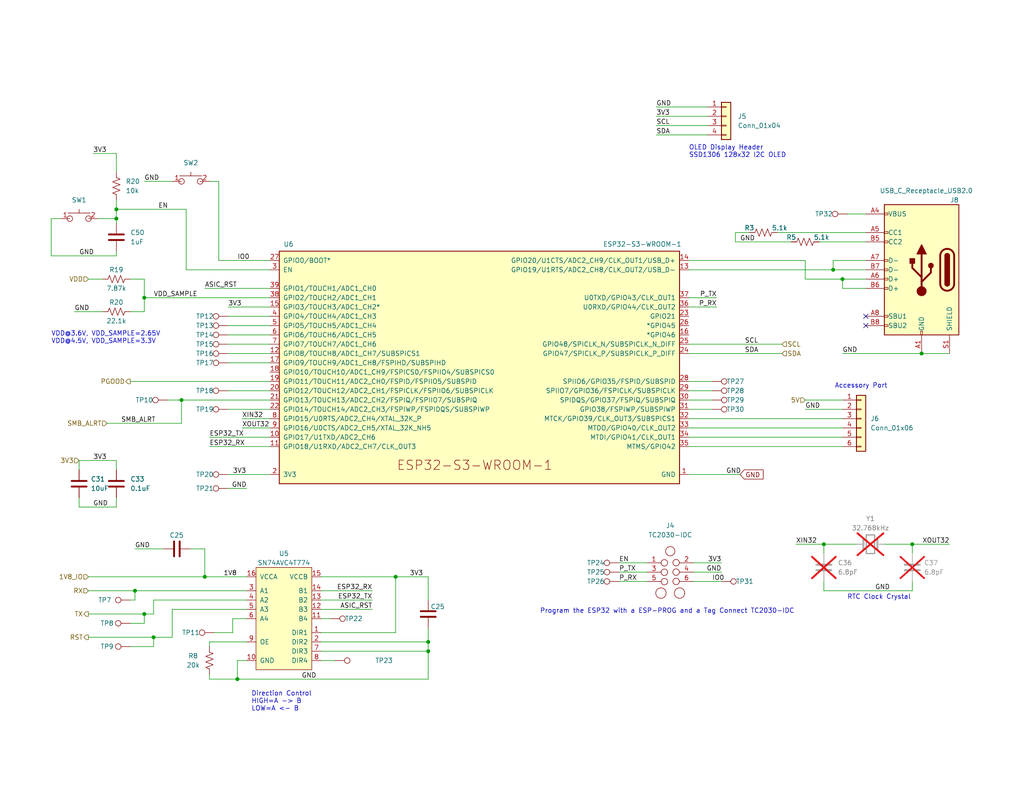
<source format=kicad_sch>
(kicad_sch (version 20231120) (generator "eeschema") (generator_version "8.0")
  (paper "A")
  (title_block (title "bitaxeHex") (date "2024-03-09") (rev "303"))
  (lib_symbols
    (symbol "Connector:TestPoint" (pin_numbers hide) (pin_names (offset 0.762) hide)
      (property "Reference" "TP" (at 0 6.858 0))
      (property "Value" "TestPoint" (at 0 5.08 0))
      (symbol "TestPoint_0_1"
        (circle (center 0 3.302) (radius 0.762))
      )
      (symbol "TestPoint_1_1"
        (pin passive line (at 0 0 90) (length 2.54) (name "1") (number "1"))
      )
    )
    (symbol "Connector:USB_C_Receptacle_USB2.0" (pin_names (offset 1.016))
      (property "Reference" "J" (at -10.16 19.05 0))
      (property "Value" "USB_C_Receptacle_USB2.0" (at 19.05 19.05 0))
      (symbol "USB_C_Receptacle_USB2.0_0_0"
        (rectangle (start -0.254 -17.78) (end 0.254 -16.764))
        (rectangle (start 10.16 -14.986) (end 9.144 -15.494))
        (rectangle (start 10.16 -12.446) (end 9.144 -12.954))
        (rectangle (start 10.16 -4.826) (end 9.144 -5.334))
        (rectangle (start 10.16 -2.286) (end 9.144 -2.794))
        (rectangle (start 10.16 0.254) (end 9.144 -0.254))
        (rectangle (start 10.16 2.794) (end 9.144 2.286))
        (rectangle (start 10.16 7.874) (end 9.144 7.366))
        (rectangle (start 10.16 10.414) (end 9.144 9.906))
        (rectangle (start 10.16 15.494) (end 9.144 14.986))
      )
      (symbol "USB_C_Receptacle_USB2.0_0_1"
        (rectangle (start -10.16 17.78) (end 10.16 -17.78) (stroke (width 0.254)) (fill (type background)))
        (arc (start -8.89 -3.81) (mid -6.985 -5.7067) (end -5.08 -3.81) (stroke (width 0.508)))
        (arc (start -7.62 -3.81) (mid -6.985 -4.4423) (end -6.35 -3.81) (stroke (width 0.254)))
        (arc (start -7.62 -3.81) (mid -6.985 -4.4423) (end -6.35 -3.81) (stroke (width 0.254)) (fill (type outline)))
        (rectangle (start -7.62 -3.81) (end -6.35 3.81) (stroke (width 0.254)) (fill (type outline)))
        (arc (start -6.35 3.81) (mid -6.985 4.4423) (end -7.62 3.81) (stroke (width 0.254)))
        (arc (start -6.35 3.81) (mid -6.985 4.4423) (end -7.62 3.81) (stroke (width 0.254)) (fill (type outline)))
        (arc (start -5.08 3.81) (mid -6.985 5.7067) (end -8.89 3.81) (stroke (width 0.508)))
        (circle (center -2.54 1.143) (radius 0.635) (stroke (width 0.254)) (fill (type outline)))
        (circle (center 0 -5.842) (radius 1.27) (fill (type outline)))
        (polyline (pts (xy -8.89 -3.81) (xy -8.89 3.81)) (stroke (width 0.508)))
        (polyline (pts (xy -5.08 3.81) (xy -5.08 -3.81)) (stroke (width 0.508)))
        (polyline (pts (xy 0 -5.842) (xy 0 4.318)) (stroke (width 0.508)))
        (polyline (pts (xy 0 -3.302) (xy -2.54 -0.762) (xy -2.54 0.508)) (stroke (width 0.508)))
        (polyline (pts (xy 0 -2.032) (xy 2.54 0.508) (xy 2.54 1.778)) (stroke (width 0.508)))
        (polyline (pts (xy -1.27 4.318) (xy 0 6.858) (xy 1.27 4.318) (xy -1.27 4.318)) (stroke (width 0.254)) (fill (type outline)))
        (rectangle (start 1.905 1.778) (end 3.175 3.048) (stroke (width 0.254)) (fill (type outline)))
      )
      (symbol "USB_C_Receptacle_USB2.0_1_1"
        (pin passive line (at 0 -22.86 90) (length 5.08) (name "GND") (number "A1"))
        (pin passive line (at 0 -22.86 90) (length 5.08) hide (name "GND") (number "A12"))
        (pin passive line (at 15.24 15.24 180) (length 5.08) (name "VBUS") (number "A4"))
        (pin bidirectional line (at 15.24 10.16 180) (length 5.08) (name "CC1") (number "A5"))
        (pin bidirectional line (at 15.24 -2.54 180) (length 5.08) (name "D+") (number "A6"))
        (pin bidirectional line (at 15.24 2.54 180) (length 5.08) (name "D-") (number "A7"))
        (pin bidirectional line (at 15.24 -12.7 180) (length 5.08) (name "SBU1") (number "A8"))
        (pin passive line (at 15.24 15.24 180) (length 5.08) hide (name "VBUS") (number "A9"))
        (pin passive line (at 0 -22.86 90) (length 5.08) hide (name "GND") (number "B1"))
        (pin passive line (at 0 -22.86 90) (length 5.08) hide (name "GND") (number "B12"))
        (pin passive line (at 15.24 15.24 180) (length 5.08) hide (name "VBUS") (number "B4"))
        (pin bidirectional line (at 15.24 7.62 180) (length 5.08) (name "CC2") (number "B5"))
        (pin bidirectional line (at 15.24 -5.08 180) (length 5.08) (name "D+") (number "B6"))
        (pin bidirectional line (at 15.24 0 180) (length 5.08) (name "D-") (number "B7"))
        (pin bidirectional line (at 15.24 -15.24 180) (length 5.08) (name "SBU2") (number "B8"))
        (pin passive line (at 15.24 15.24 180) (length 5.08) hide (name "VBUS") (number "B9"))
        (pin passive line (at -7.62 -22.86 90) (length 5.08) (name "SHIELD") (number "S1"))
      )
    )
    (symbol "Connector_Generic:Conn_01x04" (pin_names (offset 1.016) hide)
      (property "Reference" "J" (at 0 5.08 0))
      (property "Value" "Conn_01x04" (at 0 -7.62 0))
      (symbol "Conn_01x04_1_1"
        (rectangle (start -1.27 -4.953) (end 0 -5.207) (stroke (width 0.1524)))
        (rectangle (start -1.27 -2.413) (end 0 -2.667) (stroke (width 0.1524)))
        (rectangle (start -1.27 0.127) (end 0 -0.127) (stroke (width 0.1524)))
        (rectangle (start -1.27 2.667) (end 0 2.413) (stroke (width 0.1524)))
        (rectangle (start -1.27 3.81) (end 1.27 -6.35) (stroke (width 0.254)) (fill (type background)))
        (pin passive line (at -5.08 2.54 0) (length 3.81) (name "Pin_1") (number "1"))
        (pin passive line (at -5.08 0 0) (length 3.81) (name "Pin_2") (number "2"))
        (pin passive line (at -5.08 -2.54 0) (length 3.81) (name "Pin_3") (number "3"))
        (pin passive line (at -5.08 -5.08 0) (length 3.81) (name "Pin_4") (number "4"))
      )
    )
    (symbol "Connector_Generic:Conn_01x06" (pin_names (offset 1.016) hide)
      (property "Reference" "J" (at 0 7.62 0))
      (property "Value" "Conn_01x06" (at 0 -10.16 0))
      (symbol "Conn_01x06_1_1"
        (rectangle (start -1.27 -7.493) (end 0 -7.747) (stroke (width 0.1524)))
        (rectangle (start -1.27 -4.953) (end 0 -5.207) (stroke (width 0.1524)))
        (rectangle (start -1.27 -2.413) (end 0 -2.667) (stroke (width 0.1524)))
        (rectangle (start -1.27 0.127) (end 0 -0.127) (stroke (width 0.1524)))
        (rectangle (start -1.27 2.667) (end 0 2.413) (stroke (width 0.1524)))
        (rectangle (start -1.27 5.207) (end 0 4.953) (stroke (width 0.1524)))
        (rectangle (start -1.27 6.35) (end 1.27 -8.89) (stroke (width 0.254)) (fill (type background)))
        (pin passive line (at -5.08 5.08 0) (length 3.81) (name "Pin_1") (number "1"))
        (pin passive line (at -5.08 2.54 0) (length 3.81) (name "Pin_2") (number "2"))
        (pin passive line (at -5.08 0 0) (length 3.81) (name "Pin_3") (number "3"))
        (pin passive line (at -5.08 -2.54 0) (length 3.81) (name "Pin_4") (number "4"))
        (pin passive line (at -5.08 -5.08 0) (length 3.81) (name "Pin_5") (number "5"))
        (pin passive line (at -5.08 -7.62 0) (length 3.81) (name "Pin_6") (number "6"))
      )
    )
    (symbol "Device:C" (pin_numbers hide) (pin_names (offset 0.254))
      (property "Reference" "C" (at 0.635 2.54 0))
      (property "Value" "C" (at 0.635 -2.54 0))
      (symbol "C_0_1"
        (polyline (pts (xy -2.032 -0.762) (xy 2.032 -0.762)) (stroke (width 0.508)))
        (polyline (pts (xy -2.032 0.762) (xy 2.032 0.762)) (stroke (width 0.508)))
      )
      (symbol "C_1_1"
        (pin passive line (at 0 3.81 270) (length 2.794) (name "~") (number "1"))
        (pin passive line (at 0 -3.81 90) (length 2.794) (name "~") (number "2"))
      )
    )
    (symbol "Device:Crystal" (pin_numbers hide) (pin_names (offset 1.016) hide)
      (property "Reference" "Y" (at 0 3.81 0))
      (property "Value" "Crystal" (at 0 -3.81 0))
      (symbol "Crystal_0_1"
        (rectangle (start -1.143 2.54) (end 1.143 -2.54) (stroke (width 0.3048)))
        (polyline (pts (xy -2.54 0) (xy -1.905 0)))
        (polyline (pts (xy -1.905 -1.27) (xy -1.905 1.27)) (stroke (width 0.508)))
        (polyline (pts (xy 1.905 -1.27) (xy 1.905 1.27)) (stroke (width 0.508)))
        (polyline (pts (xy 2.54 0) (xy 1.905 0)))
      )
      (symbol "Crystal_1_1"
        (pin passive line (at -3.81 0 0) (length 1.27) (name "1") (number "1"))
        (pin passive line (at 3.81 0 180) (length 1.27) (name "2") (number "2"))
      )
    )
    (symbol "Device:R_US" (pin_numbers hide) (pin_names (offset 0))
      (property "Reference" "R" (at 2.54 0 90))
      (property "Value" "R_US" (at -2.54 0 90))
      (symbol "R_US_0_1"
        (polyline (pts (xy 0 -2.286) (xy 0 -2.54)))
        (polyline (pts (xy 0 2.286) (xy 0 2.54)))
        (polyline (pts (xy 0 -0.762) (xy 1.016 -1.143) (xy 0 -1.524) (xy -1.016 -1.905) (xy 0 -2.286)))
        (polyline (pts (xy 0 0.762) (xy 1.016 0.381) (xy 0 0) (xy -1.016 -0.381) (xy 0 -0.762)))
        (polyline (pts (xy 0 2.286) (xy 1.016 1.905) (xy 0 1.524) (xy -1.016 1.143) (xy 0 0.762)))
      )
      (symbol "R_US_1_1"
        (pin passive line (at 0 3.81 270) (length 1.27) (name "~") (number "1"))
        (pin passive line (at 0 -3.81 90) (length 1.27) (name "~") (number "2"))
      )
    )
    (symbol "bitaxe:ESP32-S3-WROOM-1" (pin_names (offset 1.016))
      (property "Reference" "U12" (at -50.8 34.925 0))
      (property "Value" "ESP32-S3-WROOM-1" (at 45.72 34.925 0))
      (symbol "ESP32-S3-WROOM-1_0_0"
        (rectangle (start -53.34 33.02) (end 55.88 -30.48) (stroke (width 0.254)) (fill (type background)))
        (text "ESP32-S3-WROOM-1" (at 0 -25.4 0) (effects (font (size 2.54 2.54))))
        (pin power_in line (at 58.42 -27.94 180) (length 2.54) (name "GND") (number "1"))
        (pin bidirectional line (at -55.88 -17.78 0) (length 2.54) (name "GPIO17/U1TXD/ADC2_CH6") (number "10"))
        (pin bidirectional line (at -55.88 -20.32 0) (length 2.54) (name "GPIO18/U1RXD/ADC2_CH7/CLK_OUT3") (number "11"))
        (pin bidirectional line (at -55.88 5.08 0) (length 2.54) (name "GPIO8/TOUCH8/ADC1_CH7/SUBSPICS1") (number "12"))
        (pin bidirectional line (at 58.42 27.94 180) (length 2.54) (name "GPIO19/U1RTS/ADC2_CH8/CLK_OUT2/USB_D-") (number "13"))
        (pin bidirectional line (at 58.42 30.48 180) (length 2.54) (name "GPIO20/U1CTS/ADC2_CH9/CLK_OUT1/USB_D+") (number "14"))
        (pin bidirectional line (at -55.88 17.78 0) (length 2.54) (name "GPIO3/TOUCH3/ADC1_CH2*") (number "15"))
        (pin bidirectional line (at 58.42 10.16 180) (length 2.54) (name "*GPIO46") (number "16"))
        (pin bidirectional line (at -55.88 2.54 0) (length 2.54) (name "GPIO9/TOUCH9/ADC1_CH8/FSPIHD/SUBSPIHD") (number "17"))
        (pin bidirectional line (at -55.88 0 0) (length 2.54) (name "GPIO10/TOUCH10/ADC1_CH9/FSPICS0/FSPIIO4/SUBSPICS0") (number "18"))
        (pin bidirectional line (at -55.88 -2.54 0) (length 2.54) (name "GPIO11/TOUCH11/ADC2_CH0/FSPID/FSPIIO5/SUBSPID") (number "19"))
        (pin power_in line (at -55.88 -27.94 0) (length 2.54) (name "3V3") (number "2"))
        (pin bidirectional line (at -55.88 -5.08 0) (length 2.54) (name "GPIO12/TOUCH12/ADC2_CH1/FSPICLK/FSPIIO6/SUBSPICLK") (number "20"))
        (pin bidirectional line (at -55.88 -7.62 0) (length 2.54) (name "GPIO13/TOUCH13/ADC2_CH2/FSPIQ/FSPIIO7/SUBSPIQ") (number "21"))
        (pin bidirectional line (at -55.88 -10.16 0) (length 2.54) (name "GPIO14/TOUCH14/ADC2_CH3/FSPIWP/FSPIDQS/SUBSPIWP") (number "22"))
        (pin bidirectional line (at 58.42 15.24 180) (length 2.54) (name "GPIO21") (number "23"))
        (pin bidirectional line (at 58.42 5.08 180) (length 2.54) (name "GPIO47/SPICLK_P/SUBSPICLK_P_DIFF") (number "24"))
        (pin bidirectional line (at 58.42 7.62 180) (length 2.54) (name "GPIO48/SPICLK_N/SUBSPICLK_N_DIFF") (number "25"))
        (pin bidirectional line (at 58.42 12.7 180) (length 2.54) (name "*GPIO45") (number "26"))
        (pin bidirectional line (at -55.88 30.48 0) (length 2.54) (name "GPIO0/BOOT*") (number "27"))
        (pin bidirectional line (at 58.42 -2.54 180) (length 2.54) (name "SPIIO6/GPIO35/FSPID/SUBSPID") (number "28"))
        (pin bidirectional line (at 58.42 -5.08 180) (length 2.54) (name "SPIIO7/GPIO36/FSPICLK/SUBSPICLK") (number "29"))
        (pin input line (at -55.88 27.94 0) (length 2.54) (name "EN") (number "3"))
        (pin bidirectional line (at 58.42 -7.62 180) (length 2.54) (name "SPIDQS/GPIO37/FSPIQ/SUBSPIQ") (number "30"))
        (pin bidirectional line (at 58.42 -10.16 180) (length 2.54) (name "GPIO38/FSPIWP/SUBSPIWP") (number "31"))
        (pin bidirectional line (at 58.42 -12.7 180) (length 2.54) (name "MTCK/GPIO39/CLK_OUT3/SUBSPICS1") (number "32"))
        (pin bidirectional line (at 58.42 -15.24 180) (length 2.54) (name "MTDO/GPIO40/CLK_OUT2") (number "33"))
        (pin bidirectional line (at 58.42 -17.78 180) (length 2.54) (name "MTDI/GPIO41/CLK_OUT1") (number "34"))
        (pin bidirectional line (at 58.42 -20.32 180) (length 2.54) (name "MTMS/GPIO42") (number "35"))
        (pin bidirectional line (at 58.42 17.78 180) (length 2.54) (name "U0RXD/GPIO44/CLK_OUT2") (number "36"))
        (pin bidirectional line (at 58.42 20.32 180) (length 2.54) (name "U0TXD/GPIO43/CLK_OUT1") (number "37"))
        (pin bidirectional line (at -55.88 20.32 0) (length 2.54) (name "GPIO2/TOUCH2/ADC1_CH1") (number "38"))
        (pin bidirectional line (at -55.88 22.86 0) (length 2.54) (name "GPIO1/TOUCH1/ADC1_CH0") (number "39"))
        (pin bidirectional line (at -55.88 15.24 0) (length 2.54) (name "GPIO4/TOUCH4/ADC1_CH3") (number "4"))
        (pin passive line (at 58.42 -27.94 180) (length 2.54) hide (name "GND") (number "40"))
        (pin passive line (at 58.42 -27.94 180) (length 2.54) hide (name "GND") (number "41"))
        (pin bidirectional line (at -55.88 12.7 0) (length 2.54) (name "GPIO5/TOUCH5/ADC1_CH4") (number "5"))
        (pin bidirectional line (at -55.88 10.16 0) (length 2.54) (name "GPIO6/TOUCH6/ADC1_CH5") (number "6"))
        (pin bidirectional line (at -55.88 7.62 0) (length 2.54) (name "GPIO7/TOUCH7/ADC1_CH6") (number "7"))
        (pin bidirectional line (at -55.88 -12.7 0) (length 2.54) (name "GPIO15/U0RTS/ADC2_CH4/XTAL_32K_P") (number "8"))
        (pin bidirectional line (at -55.88 -15.24 0) (length 2.54) (name "GPIO16/U0CTS/ADC2_CH5/XTAL_32K_NH5") (number "9"))
      )
    )
    (symbol "bitaxe:SN74AVC4T774" (pin_names (offset 1.016))
      (property "Reference" "U" (at -6.35 12.7 0))
      (property "Value" "SN74AVC4T774" (at -7.62 -19.05 0))
      (symbol "SN74AVC4T774_0_0"
        (rectangle (start -7.62 11.43) (end 7.62 -16.51) (stroke (width 0.1524)) (fill (type background)))
      )
      (symbol "SN74AVC4T774_1_0"
        (pin input line (at 10.16 -6.35 180) (length 2.54) (name "DIR1") (number "1"))
        (pin power_in line (at -10.16 -13.97 0) (length 2.54) (name "GND") (number "10"))
        (pin bidirectional line (at 10.16 -2.54 180) (length 2.54) (name "B4") (number "11"))
        (pin bidirectional line (at 10.16 0 180) (length 2.54) (name "B3") (number "12"))
        (pin bidirectional line (at 10.16 2.54 180) (length 2.54) (name "B2") (number "13"))
        (pin bidirectional line (at 10.16 5.08 180) (length 2.54) (name "B1") (number "14"))
        (pin power_in line (at 10.16 8.89 180) (length 2.54) (name "VCCB") (number "15"))
        (pin power_in line (at -10.16 8.89 0) (length 2.54) (name "VCCA") (number "16"))
        (pin input line (at 10.16 -8.89 180) (length 2.54) (name "DIR2") (number "2"))
        (pin bidirectional line (at -10.16 5.08 0) (length 2.54) (name "A1") (number "3"))
        (pin bidirectional line (at -10.16 2.54 0) (length 2.54) (name "A2") (number "4"))
        (pin bidirectional line (at -10.16 0 0) (length 2.54) (name "A3") (number "5"))
        (pin bidirectional line (at -10.16 -2.54 0) (length 2.54) (name "A4") (number "6"))
        (pin input line (at 10.16 -11.43 180) (length 2.54) (name "DIR3") (number "7"))
        (pin input line (at 10.16 -13.97 180) (length 2.54) (name "DIR4") (number "8"))
        (pin input line (at -10.16 -8.89 0) (length 2.54) (name "OE") (number "9"))
      )
    )
    (symbol "bitaxe:SWITCH-SPST"
      (property "Reference" "SW1" (at 0 3.81 0))
      (symbol "SWITCH-SPST_0_1"
        (circle (center -2.54 0) (radius 0.76))
        (polyline (pts (xy -3.05 1.52) (xy 3.05 1.52)))
        (polyline (pts (xy 0 1.52) (xy 0 2.54)))
        (circle (center 2.54 0) (radius 0.76))
        (pin unspecified line (at -5.08 0 0) (length 2.54) (name "~") (number "1"))
        (pin unspecified line (at 5.08 0 180) (length 2.54) (name "~") (number "2"))
      )
    )
    (symbol "bitaxe:TC2030-IDC-NL" (pin_names (offset 1.016) hide)
      (property "Reference" "J5" (at 0 12.7 0))
      (property "Value" "TC2030-IDC" (at 0 10.16 0))
      (symbol "TC2030-IDC-NL_0_1"
        (circle (center -2.54 -5.715) (radius 1.4224))
        (circle (center -1.6002 2.54) (radius 0.889))
        (circle (center 0 5.715) (radius 1.27))
      )
      (symbol "TC2030-IDC-NL_1_1"
        (circle (center -1.6002 -2.5908) (radius 0.889))
        (circle (center -1.6002 -0.0508) (radius 0.889))
        (circle (center 1.6002 -2.54) (radius 0.889))
        (circle (center 1.6002 0) (radius 0.889))
        (circle (center 1.6002 2.5908) (radius 0.889))
        (circle (center 2.54 -5.715) (radius 1.4224))
        (pin passive line (at -6.35 2.54 0) (length 3.81) (name "Pin_1") (number "1"))
        (pin passive line (at 6.35 2.54 180) (length 3.81) (name "Pin_2") (number "2"))
        (pin passive line (at -6.35 0 0) (length 3.81) (name "Pin_3") (number "3"))
        (pin passive line (at 6.35 0 180) (length 3.81) (name "Pin_4") (number "4"))
        (pin passive line (at -6.35 -2.54 0) (length 3.81) (name "Pin_5") (number "5"))
        (pin passive line (at 6.35 -2.54 180) (length 3.81) (name "Pin_6") (number "6"))
      )
    )
  )
  (junction (at 31.75 57.15))
  (junction (at 49.53 109.22))
  (junction (at 224.79 148.59))
  (junction (at 116.84 177.8))
  (junction (at 107.95 157.48))
  (junction (at 41.91 173.99))
  (junction (at 116.84 175.26))
  (junction (at 251.46 96.52))
  (junction (at 39.37 81.28))
  (junction (at 39.37 167.64))
  (junction (at 248.92 148.59))
  (junction (at 64.77 185.42))
  (junction (at 36.83 161.29))
  (junction (at 229.87 76.2))
  (junction (at 31.75 59.69))
  (junction (at 55.88 157.48))
  (junction (at 227.33 73.66))
  (no_connect (at 236.22 86.36))
  (no_connect (at 236.22 88.9))
  (wire (pts (xy 107.95 157.48) (xy 116.84 157.48)))
  (wire (pts (xy 57.15 49.53) (xy 59.69 49.53)))
  (wire (pts (xy 39.37 49.53) (xy 46.99 49.53)))
  (wire (pts (xy 21.59 125.73) (xy 21.59 128.27)))
  (wire (pts (xy 219.71 111.76) (xy 229.87 111.76)))
  (wire (pts (xy 31.75 68.58) (xy 31.75 69.85)))
  (wire (pts (xy 187.96 129.54) (xy 201.93 129.54)))
  (wire (pts (xy 64.77 185.42) (xy 116.84 185.42)))
  (wire (pts (xy 67.31 175.26) (xy 57.15 175.26)))
  (wire (pts (xy 116.84 177.8) (xy 116.84 185.42)))
  (wire (pts (xy 67.31 180.34) (xy 64.77 180.34)))
  (wire (pts (xy 13.97 69.85) (xy 31.75 69.85)))
  (wire (pts (xy 39.37 85.09) (xy 35.56 85.09)))
  (wire (pts (xy 25.4 41.91) (xy 31.75 41.91)))
  (wire (pts (xy 87.63 157.48) (xy 107.95 157.48)))
  (wire (pts (xy 187.96 71.12) (xy 219.71 71.12)))
  (wire (pts (xy 50.8 57.15) (xy 31.75 57.15)))
  (wire (pts (xy 39.37 76.2) (xy 39.37 81.28)))
  (wire (pts (xy 241.3 148.59) (xy 248.92 148.59)))
  (wire (pts (xy 62.23 88.9) (xy 73.66 88.9)))
  (wire (pts (xy 189.23 156.21) (xy 196.85 156.21)))
  (wire (pts (xy 36.83 161.29) (xy 67.31 161.29)))
  (wire (pts (xy 187.96 111.76) (xy 194.31 111.76)))
  (wire (pts (xy 62.23 111.76) (xy 73.66 111.76)))
  (wire (pts (xy 31.75 138.43) (xy 21.59 138.43)))
  (wire (pts (xy 224.79 161.29) (xy 224.79 158.75)))
  (wire (pts (xy 229.87 78.74) (xy 236.22 78.74)))
  (wire (pts (xy 251.46 96.52) (xy 259.08 96.52)))
  (wire (pts (xy 63.5 168.91) (xy 67.31 168.91)))
  (wire (pts (xy 189.23 153.67) (xy 196.85 153.67)))
  (wire (pts (xy 87.63 161.29) (xy 101.6 161.29)))
  (wire (pts (xy 59.69 71.12) (xy 73.66 71.12)))
  (wire (pts (xy 31.75 59.69) (xy 31.75 60.96)))
  (wire (pts (xy 31.75 135.89) (xy 31.75 138.43)))
  (wire (pts (xy 36.83 163.83) (xy 36.83 161.29)))
  (wire (pts (xy 227.33 73.66) (xy 236.22 73.66)))
  (wire (pts (xy 62.23 86.36) (xy 73.66 86.36)))
  (wire (pts (xy 200.66 63.5) (xy 204.47 63.5)))
  (wire (pts (xy 229.87 96.52) (xy 251.46 96.52)))
  (wire (pts (xy 229.87 76.2) (xy 229.87 78.74)))
  (wire (pts (xy 87.63 175.26) (xy 116.84 175.26)))
  (wire (pts (xy 49.53 109.22) (xy 49.53 115.57)))
  (wire (pts (xy 219.71 76.2) (xy 229.87 76.2)))
  (wire (pts (xy 39.37 81.28) (xy 39.37 85.09)))
  (wire (pts (xy 248.92 148.59) (xy 259.08 148.59)))
  (wire (pts (xy 66.04 114.3) (xy 73.66 114.3)))
  (wire (pts (xy 87.63 166.37) (xy 101.6 166.37)))
  (wire (pts (xy 187.96 73.66) (xy 227.33 73.66)))
  (wire (pts (xy 87.63 163.83) (xy 101.6 163.83)))
  (wire (pts (xy 187.96 121.92) (xy 229.87 121.92)))
  (wire (pts (xy 45.72 109.22) (xy 49.53 109.22)))
  (wire (pts (xy 35.56 176.53) (xy 41.91 176.53)))
  (wire (pts (xy 58.42 172.72) (xy 63.5 172.72)))
  (wire (pts (xy 217.17 148.59) (xy 224.79 148.59)))
  (wire (pts (xy 116.84 175.26) (xy 116.84 177.8)))
  (wire (pts (xy 224.79 161.29) (xy 248.92 161.29)))
  (wire (pts (xy 41.91 167.64) (xy 39.37 167.64)))
  (wire (pts (xy 224.79 148.59) (xy 224.79 151.13)))
  (wire (pts (xy 24.13 76.2) (xy 27.94 76.2)))
  (wire (pts (xy 219.71 109.22) (xy 229.87 109.22)))
  (wire (pts (xy 67.31 163.83) (xy 41.91 163.83)))
  (wire (pts (xy 20.32 85.09) (xy 27.94 85.09)))
  (wire (pts (xy 189.23 158.75) (xy 196.85 158.75)))
  (wire (pts (xy 59.69 49.53) (xy 59.69 71.12)))
  (wire (pts (xy 179.07 34.29) (xy 193.04 34.29)))
  (wire (pts (xy 57.15 175.26) (xy 57.15 176.53)))
  (wire (pts (xy 62.23 91.44) (xy 73.66 91.44)))
  (wire (pts (xy 200.66 66.04) (xy 200.66 63.5)))
  (wire (pts (xy 66.04 116.84) (xy 73.66 116.84)))
  (wire (pts (xy 49.53 109.22) (xy 73.66 109.22)))
  (wire (pts (xy 41.91 173.99) (xy 24.13 173.99)))
  (wire (pts (xy 187.96 114.3) (xy 229.87 114.3)))
  (wire (pts (xy 13.97 59.69) (xy 13.97 69.85)))
  (wire (pts (xy 187.96 109.22) (xy 194.31 109.22)))
  (wire (pts (xy 35.56 170.18) (xy 39.37 170.18)))
  (wire (pts (xy 52.07 149.86) (xy 55.88 149.86)))
  (wire (pts (xy 26.67 59.69) (xy 31.75 59.69)))
  (wire (pts (xy 87.63 180.34) (xy 91.44 180.34)))
  (wire (pts (xy 224.79 148.59) (xy 233.68 148.59)))
  (wire (pts (xy 73.66 81.28) (xy 39.37 81.28)))
  (wire (pts (xy 168.91 158.75) (xy 176.53 158.75)))
  (wire (pts (xy 87.63 168.91) (xy 90.17 168.91)))
  (wire (pts (xy 36.83 149.86) (xy 44.45 149.86)))
  (wire (pts (xy 39.37 167.64) (xy 24.13 167.64)))
  (wire (pts (xy 179.07 36.83) (xy 193.04 36.83)))
  (wire (pts (xy 62.23 133.35) (xy 67.31 133.35)))
  (wire (pts (xy 57.15 185.42) (xy 57.15 184.15)))
  (wire (pts (xy 62.23 96.52) (xy 73.66 96.52)))
  (wire (pts (xy 55.88 78.74) (xy 73.66 78.74)))
  (wire (pts (xy 227.33 71.12) (xy 227.33 73.66)))
  (wire (pts (xy 31.75 41.91) (xy 31.75 46.99)))
  (wire (pts (xy 187.96 81.28) (xy 195.58 81.28)))
  (wire (pts (xy 219.71 76.2) (xy 219.71 71.12)))
  (wire (pts (xy 229.87 76.2) (xy 236.22 76.2)))
  (wire (pts (xy 168.91 156.21) (xy 176.53 156.21)))
  (wire (pts (xy 62.23 83.82) (xy 73.66 83.82)))
  (wire (pts (xy 21.59 138.43) (xy 21.59 135.89)))
  (wire (pts (xy 73.66 73.66) (xy 50.8 73.66)))
  (wire (pts (xy 16.51 59.69) (xy 13.97 59.69)))
  (wire (pts (xy 187.96 106.68) (xy 194.31 106.68)))
  (wire (pts (xy 116.84 171.45) (xy 116.84 175.26)))
  (wire (pts (xy 248.92 148.59) (xy 248.92 151.13)))
  (wire (pts (xy 57.15 121.92) (xy 73.66 121.92)))
  (wire (pts (xy 55.88 149.86) (xy 55.88 157.48)))
  (wire (pts (xy 57.15 119.38) (xy 73.66 119.38)))
  (wire (pts (xy 31.75 54.61) (xy 31.75 57.15)))
  (wire (pts (xy 168.91 153.67) (xy 176.53 153.67)))
  (wire (pts (xy 187.96 116.84) (xy 229.87 116.84)))
  (wire (pts (xy 46.99 166.37) (xy 46.99 173.99)))
  (wire (pts (xy 215.9 66.04) (xy 200.66 66.04)))
  (wire (pts (xy 35.56 104.14) (xy 73.66 104.14)))
  (wire (pts (xy 62.23 99.06) (xy 73.66 99.06)))
  (wire (pts (xy 212.09 63.5) (xy 236.22 63.5)))
  (wire (pts (xy 41.91 163.83) (xy 41.91 167.64)))
  (wire (pts (xy 35.56 163.83) (xy 36.83 163.83)))
  (wire (pts (xy 46.99 173.99) (xy 41.91 173.99)))
  (wire (pts (xy 39.37 170.18) (xy 39.37 167.64)))
  (wire (pts (xy 87.63 177.8) (xy 116.84 177.8)))
  (wire (pts (xy 116.84 157.48) (xy 116.84 163.83)))
  (wire (pts (xy 187.96 83.82) (xy 195.58 83.82)))
  (wire (pts (xy 64.77 185.42) (xy 57.15 185.42)))
  (wire (pts (xy 107.95 172.72) (xy 107.95 157.48)))
  (wire (pts (xy 62.23 129.54) (xy 73.66 129.54)))
  (wire (pts (xy 248.92 158.75) (xy 248.92 161.29)))
  (wire (pts (xy 31.75 125.73) (xy 21.59 125.73)))
  (wire (pts (xy 35.56 76.2) (xy 39.37 76.2)))
  (wire (pts (xy 187.96 96.52) (xy 213.36 96.52)))
  (wire (pts (xy 24.13 161.29) (xy 36.83 161.29)))
  (wire (pts (xy 29.21 115.57) (xy 49.53 115.57)))
  (wire (pts (xy 223.52 66.04) (xy 236.22 66.04)))
  (wire (pts (xy 179.07 31.75) (xy 193.04 31.75)))
  (wire (pts (xy 231.14 58.42) (xy 236.22 58.42)))
  (wire (pts (xy 55.88 157.48) (xy 67.31 157.48)))
  (wire (pts (xy 31.75 128.27) (xy 31.75 125.73)))
  (wire (pts (xy 41.91 176.53) (xy 41.91 173.99)))
  (wire (pts (xy 62.23 106.68) (xy 73.66 106.68)))
  (wire (pts (xy 236.22 71.12) (xy 227.33 71.12)))
  (wire (pts (xy 187.96 104.14) (xy 194.31 104.14)))
  (wire (pts (xy 187.96 93.98) (xy 213.36 93.98)))
  (wire (pts (xy 63.5 172.72) (xy 63.5 168.91)))
  (wire (pts (xy 67.31 166.37) (xy 46.99 166.37)))
  (wire (pts (xy 62.23 93.98) (xy 73.66 93.98)))
  (wire (pts (xy 24.13 157.48) (xy 55.88 157.48)))
  (wire (pts (xy 31.75 57.15) (xy 31.75 59.69)))
  (wire (pts (xy 50.8 73.66) (xy 50.8 57.15)))
  (wire (pts (xy 187.96 119.38) (xy 229.87 119.38)))
  (wire (pts (xy 64.77 180.34) (xy 64.77 185.42)))
  (wire (pts (xy 87.63 172.72) (xy 107.95 172.72)))
  (wire (pts (xy 179.07 29.21) (xy 193.04 29.21)))
  (text "OLED Display Header\nSSD1306 128x32 I2C OLED" (at 187.96 43.18 0) (effects (font (size 1.27 1.27)) (justify left bottom)))
  (text "RTC Clock Crystal" (at 231.14 163.83 0) (effects (font (size 1.27 1.27)) (justify left bottom)))
  (text "Accessory Port" (at 234.95 105.41 0) (effects (font (size 1.27 1.27))))
  (text "Program the ESP32 with a ESP-PROG and a Tag Connect TC2030-IDC" (at 147.32 167.64 0) (effects (font (size 1.27 1.27)) (justify left bottom)))
  (text "VDD@3.6V, VDD_SAMPLE=2.65V\nVDD@4.5V, VDD_SAMPLE=3.3V\n" (at 13.97 93.98 0) (effects (font (size 1.27 1.27)) (justify left bottom)))
  (text "Direction Control\nHIGH=A -> B\nLOW=A <- B" (at 68.58 194.31 0) (effects (font (size 1.27 1.27)) (justify left bottom)))
  (label "EN" (at 43.18 57.15 0))
  (label "P_RX" (at 168.91 158.75 0))
  (label "GND" (at 229.87 96.52 0))
  (label "3V3" (at 111.76 157.48 0))
  (label "GND" (at 20.32 85.09 0))
  (label "3V3" (at 62.23 83.82 0))
  (label "1V8" (at 60.96 157.48 0))
  (label "SMB_ALRT" (at 33.02 115.57 0))
  (label "P_TX" (at 168.91 156.21 0))
  (label "EN" (at 168.91 153.67 0))
  (label "GND" (at 201.93 66.04 0))
  (label "XOUT32" (at 259.08 148.59 180))
  (label "P_RX" (at 195.58 83.82 180))
  (label "GND" (at 21.59 69.85 0))
  (label "GND" (at 25.4 138.43 0))
  (label "3V3" (at 63.5 129.54 0))
  (label "3V3" (at 179.07 31.75 0))
  (label "GND" (at 179.07 29.21 0))
  (label "GND" (at 219.71 111.76 0))
  (label "SDA" (at 203.2 96.52 0))
  (label "GND" (at 67.31 133.35 180))
  (label "ASIC_RST" (at 101.6 166.37 180))
  (label "XIN32" (at 66.04 114.3 0))
  (label "GND" (at 238.76 161.29 0))
  (label "GND" (at 39.37 49.53 0))
  (label "3V3" (at 196.85 153.67 180))
  (label "SDA" (at 179.07 36.83 0))
  (label "IO0" (at 194.31 158.75 0))
  (label "SCL" (at 203.2 93.98 0))
  (label "XOUT32" (at 66.04 116.84 0))
  (label "XIN32" (at 217.17 148.59 0))
  (label "GND" (at 198.12 129.54 0))
  (label "3V3" (at 25.4 125.73 0))
  (label "GND" (at 36.83 149.86 0))
  (label "IO0" (at 64.77 71.12 0))
  (label "P_TX" (at 195.58 81.28 180))
  (label "VDD_SAMPLE" (at 41.91 81.28 0))
  (label "SCL" (at 179.07 34.29 0))
  (label "GND" (at 196.85 156.21 180))
  (label "3V3" (at 25.4 41.91 0))
  (label "ESP32_TX" (at 101.6 163.83 180))
  (label "ESP32_RX" (at 57.15 121.92 0))
  (label "ESP32_RX" (at 101.6 161.29 180))
  (label "ASIC_RST" (at 55.88 78.74 0))
  (label "ESP32_TX" (at 57.15 119.38 0))
  (label "GND" (at 86.36 185.42 180))
  (global_label "GND" (shape input) (at 201.93 129.54 0) (property "Intersheetrefs" "${INTERSHEET_REFS}" (effects (hide yes))))
  (hierarchical_label "1V8_IO" (shape input) (at 24.13 157.48 180))
  (hierarchical_label "SMB_ALRT" (shape input) (at 29.21 115.57 180))
  (hierarchical_label "3V3" (shape input) (at 21.59 125.73 180))
  (hierarchical_label "SCL" (shape input) (at 213.36 93.98 0))
  (hierarchical_label "SDA" (shape input) (at 213.36 96.52 0))
  (hierarchical_label "5V" (shape input) (at 219.71 109.22 180))
  (hierarchical_label "VDD" (shape input) (at 24.13 76.2 180))
  (hierarchical_label "RST" (shape output) (at 24.13 173.99 180))
  (hierarchical_label "PGOOD" (shape output) (at 35.56 104.14 180))
  (hierarchical_label "TX" (shape output) (at 24.13 167.64 180))
  (hierarchical_label "RX" (shape input) (at 24.13 161.29 180))
  (symbol (lib_id "Device:R_US") (at 208.28 63.5 90) (unit 1)
    (property "Reference" "R3" (at 204.47 62.23 90))
    (property "Value" "5.1k" (at 212.725 62.23 90))
    (property "Footprint" "Resistor_SMD:R_0402_1005Metric" (effects (hide yes)))
    (property "DK" "13-RC0402FR-135K1LCT-ND" (effects (hide yes)))
    (property "PARTNO" "RC0402FR-135K1L" (effects (hide yes)))
  )
  (symbol (lib_id "Device:C") (at 31.75 64.77 0) (unit 1)
    (property "Reference" "C50" (at 35.56 63.4999 0) (effects (justify left)))
    (property "Value" "1uF" (at 35.56 66.0399 0) (effects (justify left)))
    (property "Footprint" "Capacitor_SMD:C_0402_1005Metric" (effects (hide yes)))
    (property "DK" "587-5514-1-ND" (effects (hide yes)))
    (property "PARTNO" "EMK105BJ105MV-F" (effects (hide yes)))
  )
  (symbol (lib_id "Connector:TestPoint") (at 62.23 93.98 90) (unit 1) (in_bom no)
    (property "Reference" "TP15" (at 55.88 93.98 90))
    (property "Value" "TestPoint" (effects (hide yes)))
    (property "Footprint" "TestPoint:TestPoint_Pad_D1.0mm" (effects (hide yes)))
  )
  (symbol (lib_id "Device:R_US") (at 31.75 76.2 270) (unit 1)
    (property "Reference" "R19" (at 31.75 73.66 90))
    (property "Value" "7.87k" (at 31.75 78.74 90))
    (property "Footprint" "Resistor_SMD:R_0402_1005Metric" (effects (hide yes)))
    (property "DK" "311-7.87KLRCT-ND" (effects (hide yes)))
    (property "PARTNO" "RC0402FR-077K87L" (effects (hide yes)))
  )
  (symbol (lib_id "Connector:TestPoint") (at 194.31 104.14 270) (mirror x) (unit 1) (in_bom no)
    (property "Reference" "TP27" (at 200.66 104.14 90))
    (property "Value" "TestPoint" (effects (hide yes)))
    (property "Footprint" "TestPoint:TestPoint_Pad_D1.0mm" (effects (hide yes)))
  )
  (symbol (lib_id "Device:C") (at 224.79 154.94 0) (unit 1) (in_bom no) (dnp yes)
    (property "Reference" "C36" (at 228.6 153.6699 0) (effects (justify left)))
    (property "Value" "6.8pF" (at 228.6 156.2099 0) (effects (justify left)))
    (property "Footprint" "Capacitor_SMD:C_0402_1005Metric" (effects (hide yes)))
    (property "DK" "399-C0402C689C5GAC7867CT-ND" (effects (hide yes)))
    (property "PARTNO" "C0402C689C5GAC7867" (effects (hide yes)))
  )
  (symbol (lib_id "Device:C") (at 116.84 167.64 0) (unit 1)
    (property "Reference" "C25" (at 117.475 166.37 0) (effects (justify left bottom)))
    (property "Value" "311-3342-1-ND" (effects (hide yes)))
    (property "Footprint" "Capacitor_SMD:C_0402_1005Metric" (effects (hide yes)))
    (property "DK" "478-KGM05AR71C104KHCT-ND" (effects (hide yes)))
    (property "PARTNO" "KGM05AR71C104KH" (effects (hide yes)))
    (instances (project "Hashat" (path "" (reference "C25") (unit 1))) (project "bitaxeHex" (path "" (reference "C35") (unit 1))))
  )
  (symbol (lib_id "Device:C") (at 48.26 149.86 90) (unit 1)
    (property "Reference" "C25" (at 50.165 145.415 90) (effects (justify left bottom)))
    (property "Value" "311-3342-1-ND" (effects (hide yes)))
    (property "Footprint" "Capacitor_SMD:C_0402_1005Metric" (effects (hide yes)))
    (property "DK" "478-KGM05AR71C104KHCT-ND" (effects (hide yes)))
    (property "PARTNO" "KGM05AR71C104KH" (effects (hide yes)))
    (instances (project "Hashat" (path "" (reference "C25") (unit 1))) (project "bitaxeHex" (path "" (reference "C34") (unit 1))))
  )
  (symbol (lib_id "Connector:TestPoint") (at 35.56 163.83 90) (mirror x) (unit 1) (in_bom no)
    (property "Reference" "TP7" (at 28.575 163.83 90))
    (property "Value" "TestPoint" (effects (hide yes)))
    (property "Footprint" "TestPoint:TestPoint_Pad_D1.0mm" (effects (hide yes)))
  )
  (symbol (lib_id "Device:C") (at 31.75 132.08 0) (unit 1)
    (property "Reference" "C33" (at 35.56 130.8099 0) (effects (justify left)))
    (property "Value" "0.1uF" (at 35.56 133.3499 0) (effects (justify left)))
    (property "Footprint" "Capacitor_SMD:C_0402_1005Metric" (effects (hide yes)))
    (property "DK" "478-KGM05AR71C104KHCT-ND" (effects (hide yes)))
    (property "PARTNO" "KGM05AR71C104KH" (effects (hide yes)))
  )
  (symbol (lib_id "Connector:TestPoint") (at 62.23 96.52 90) (unit 1) (in_bom no)
    (property "Reference" "TP16" (at 55.88 96.52 90))
    (property "Value" "TestPoint" (effects (hide yes)))
    (property "Footprint" "TestPoint:TestPoint_Pad_D1.0mm" (effects (hide yes)))
  )
  (symbol (lib_id "Connector:TestPoint") (at 231.14 58.42 90) (mirror x) (unit 1) (in_bom no)
    (property "Reference" "TP32" (at 224.79 58.42 90))
    (property "Value" "TestPoint" (effects (hide yes)))
    (property "Footprint" "TestPoint:TestPoint_Pad_D1.0mm" (effects (hide yes)))
  )
  (symbol (lib_id "Connector_Generic:Conn_01x04") (at 198.12 31.75 0) (unit 1) (in_bom no)
    (property "Reference" "J5" (at 201.295 31.75 0) (effects (justify left)))
    (property "Value" "Conn_01x04" (at 201.295 34.29 0) (effects (justify left)))
    (property "Footprint" "Connector_PinHeader_2.54mm:PinHeader_1x04_P2.54mm_Vertical" (effects (hide yes)))
  )
  (symbol (lib_id "Connector:TestPoint") (at 62.23 86.36 90) (unit 1) (in_bom no)
    (property "Reference" "TP12" (at 55.88 86.36 90))
    (property "Value" "TestPoint" (effects (hide yes)))
    (property "Footprint" "TestPoint:TestPoint_Pad_D1.0mm" (effects (hide yes)))
  )
  (symbol (lib_id "Connector:TestPoint") (at 194.31 109.22 270) (mirror x) (unit 1) (in_bom no)
    (property "Reference" "TP29" (at 200.66 109.22 90))
    (property "Value" "TestPoint" (effects (hide yes)))
    (property "Footprint" "TestPoint:TestPoint_Pad_D1.0mm" (effects (hide yes)))
  )
  (symbol (lib_id "Device:R_US") (at 219.71 66.04 90) (unit 1)
    (property "Reference" "R5" (at 215.9 64.77 90))
    (property "Value" "5.1k" (at 224.155 64.77 90))
    (property "Footprint" "Resistor_SMD:R_0402_1005Metric" (effects (hide yes)))
    (property "DK" "13-RC0402FR-135K1LCT-ND" (effects (hide yes)))
    (property "PARTNO" "RC0402FR-135K1L" (effects (hide yes)))
  )
  (symbol (lib_id "Connector:TestPoint") (at 62.23 99.06 90) (unit 1) (in_bom no)
    (property "Reference" "TP17" (at 55.88 99.06 90))
    (property "Value" "TestPoint" (effects (hide yes)))
    (property "Footprint" "TestPoint:TestPoint_Pad_D1.0mm" (effects (hide yes)))
  )
  (symbol (lib_id "Device:C") (at 248.92 154.94 0) (unit 1) (in_bom no) (dnp yes)
    (property "Reference" "C37" (at 252.095 153.6699 0) (effects (justify left)))
    (property "Value" "6.8pF" (at 252.095 156.2099 0) (effects (justify left)))
    (property "Footprint" "Capacitor_SMD:C_0402_1005Metric" (effects (hide yes)))
    (property "DK" "399-C0402C689C5GAC7867CT-ND" (effects (hide yes)))
    (property "PARTNO" "C0402C689C5GAC7867" (effects (hide yes)))
  )
  (symbol (lib_id "bitaxe:SWITCH-SPST") (at 52.07 49.53 0) (unit 1)
    (property "Reference" "SW2" (at 52.07 44.45 0))
    (property "Value" "SWITCH-SPST" (effects (hide yes)))
    (property "Footprint" "bitaxe:TL3340-switch" (effects (hide yes)))
    (property "Datasheet" "https://sten-eswitch-13110800-production.s3.amazonaws.com/system/asset/product_line/data_sheet/164/TL3340.pdf" (effects (hide yes)))
    (property "PARTNO" "TL3340AF160QG" (effects (hide yes)))
    (property "DK" "EG4627CT-ND" (effects (hide yes)))
  )
  (symbol (lib_id "Connector:TestPoint") (at 90.17 168.91 270) (mirror x) (unit 1) (in_bom no)
    (property "Reference" "TP22" (at 96.52 168.91 90))
    (property "Value" "TestPoint" (effects (hide yes)))
    (property "Footprint" "TestPoint:TestPoint_Pad_D1.0mm" (effects (hide yes)))
  )
  (symbol (lib_id "Connector:TestPoint") (at 194.31 111.76 270) (mirror x) (unit 1) (in_bom no)
    (property "Reference" "TP30" (at 200.66 111.76 90))
    (property "Value" "TestPoint" (effects (hide yes)))
    (property "Footprint" "TestPoint:TestPoint_Pad_D1.0mm" (effects (hide yes)))
  )
  (symbol (lib_id "Connector:TestPoint") (at 62.23 88.9 90) (unit 1) (in_bom no)
    (property "Reference" "TP13" (at 55.88 88.9 90))
    (property "Value" "TestPoint" (effects (hide yes)))
    (property "Footprint" "TestPoint:TestPoint_Pad_D1.0mm" (effects (hide yes)))
  )
  (symbol (lib_id "Connector:TestPoint") (at 58.42 172.72 90) (mirror x) (unit 1) (in_bom no)
    (property "Reference" "TP11" (at 52.07 172.72 90))
    (property "Value" "TestPoint" (effects (hide yes)))
    (property "Footprint" "TestPoint:TestPoint_Pad_D1.0mm" (effects (hide yes)))
  )
  (symbol (lib_id "Connector:TestPoint") (at 62.23 133.35 90) (mirror x) (unit 1) (in_bom no)
    (property "Reference" "TP21" (at 55.88 133.35 90))
    (property "Value" "TestPoint" (effects (hide yes)))
    (property "Footprint" "TestPoint:TestPoint_Pad_D1.0mm" (effects (hide yes)))
  )
  (symbol (lib_id "Connector:TestPoint") (at 168.91 156.21 90) (mirror x) (unit 1) (in_bom no)
    (property "Reference" "TP25" (at 162.56 156.21 90))
    (property "Value" "TestPoint" (effects (hide yes)))
    (property "Footprint" "TestPoint:TestPoint_Pad_D1.0mm" (effects (hide yes)))
  )
  (symbol (lib_id "Connector:TestPoint") (at 196.85 158.75 270) (mirror x) (unit 1) (in_bom no)
    (property "Reference" "TP31" (at 203.2 158.75 90))
    (property "Value" "TestPoint" (effects (hide yes)))
    (property "Footprint" "TestPoint:TestPoint_Pad_D1.0mm" (effects (hide yes)))
  )
  (symbol (lib_id "Device:R_US") (at 31.75 50.8 0) (unit 1)
    (property "Reference" "R20" (at 34.29 49.5299 0) (effects (justify left)))
    (property "Value" "10k" (at 34.29 52.0699 0) (effects (justify left)))
    (property "Footprint" "Resistor_SMD:R_0402_1005Metric" (effects (hide yes)))
    (property "DK" "311-10KJRCT-ND" (effects (hide yes)))
    (property "PARTNO" "RC0402JR-0710KL" (effects (hide yes)))
  )
  (symbol (lib_id "Connector_Generic:Conn_01x06") (at 234.95 114.3 0) (unit 1)
    (property "Reference" "J6" (at 237.49 114.2999 0) (effects (justify left)))
    (property "Value" "Conn_01x06" (at 237.49 116.8399 0) (effects (justify left)))
    (property "Footprint" "Connector_PinHeader_2.54mm:PinHeader_1x06_P2.54mm_Vertical" (effects (hide yes)))
    (property "Description" "Generic connector, single row, 01x06, script generated (kicad-library-utils/schlib/autogen/connector/)" (effects (hide yes)))
  )
  (symbol (lib_id "Connector:TestPoint") (at 91.44 180.34 270) (mirror x) (unit 1) (in_bom no)
    (property "Reference" "TP23" (at 104.775 180.34 90))
    (property "Value" "TestPoint" (effects (hide yes)))
    (property "Footprint" "TestPoint:TestPoint_Pad_D1.0mm" (effects (hide yes)))
  )
  (symbol (lib_id "Device:R_US") (at 31.75 85.09 90) (unit 1)
    (property "Reference" "R20" (at 31.75 82.55 90))
    (property "Value" "22.1k" (at 31.75 87.63 90))
    (property "Footprint" "Resistor_SMD:R_0402_1005Metric" (effects (hide yes)))
    (property "DK" "311-22.1KLRCT-ND" (effects (hide yes)))
    (property "PARTNO" "RC0402FR-0722K1L" (effects (hide yes)))
  )
  (symbol (lib_id "bitaxe:TC2030-IDC-NL") (at 182.88 156.21 0) (unit 1) (in_bom no)
    (property "Reference" "J4" (at 182.88 143.51 0))
    (property "Value" "TC2030-IDC" (at 182.88 146.05 0))
    (property "Footprint" "bitaxe:Tag-Connect_TC2030-IDC-NL_2x03_P1.27mm_Vertical" (effects (hide yes)))
  )
  (symbol (lib_id "Connector:TestPoint") (at 194.31 106.68 270) (mirror x) (unit 1) (in_bom no)
    (property "Reference" "TP28" (at 200.66 106.68 90))
    (property "Value" "TestPoint" (effects (hide yes)))
    (property "Footprint" "TestPoint:TestPoint_Pad_D1.0mm" (effects (hide yes)))
  )
  (symbol (lib_id "Device:C") (at 21.59 132.08 0) (unit 1)
    (property "Reference" "C31" (at 24.765 130.8099 0) (effects (justify left)))
    (property "Value" "10uF" (at 24.765 133.3499 0) (effects (justify left)))
    (property "Footprint" "Capacitor_SMD:C_0805_2012Metric" (effects (hide yes)))
    (property "DK" "490-18664-1-ND" (effects (hide yes)))
    (property "PARTNO" "GRM21BR61H106ME43L" (effects (hide yes)))
  )
  (symbol (lib_id "Device:Crystal") (at 237.49 148.59 0) (unit 1) (in_bom no) (dnp yes)
    (property "Reference" "Y1" (at 237.49 141.605 0))
    (property "Value" "32.768kHz" (at 237.49 144.145 0))
    (property "Footprint" "bitaxe:SC32S-7PF20PPM" (effects (hide yes)))
    (property "Datasheet" "https://www.sii.co.jp/en/quartz/files/2013/03/SC-32S_Leaflet_e20151217.pdf" (effects (hide yes)))
    (property "DK" "728-1074-1-ND" (effects (hide yes)))
    (property "PARTNO" "SC32S-7PF20PPM" (effects (hide yes)))
  )
  (symbol (lib_id "Connector:TestPoint") (at 62.23 91.44 90) (unit 1) (in_bom no)
    (property "Reference" "TP14" (at 55.88 91.44 90))
    (property "Value" "TestPoint" (effects (hide yes)))
    (property "Footprint" "TestPoint:TestPoint_Pad_D1.0mm" (effects (hide yes)))
  )
  (symbol (lib_id "Connector:TestPoint") (at 62.23 106.68 90) (mirror x) (unit 1) (in_bom no)
    (property "Reference" "TP18" (at 55.88 106.68 90))
    (property "Value" "TestPoint" (effects (hide yes)))
    (property "Footprint" "TestPoint:TestPoint_Pad_D1.0mm" (effects (hide yes)))
  )
  (symbol (lib_id "bitaxe:SN74AVC4T774") (at 77.47 166.37 0) (unit 1)
    (property "Reference" "U5" (at 77.47 151.13 0))
    (property "Value" "SN74AVC4T774" (at 77.47 153.67 0))
    (property "Footprint" "Package_SO:TSSOP-16_4.4x5mm_P0.65mm" (effects (hide yes)))
    (property "Datasheet" "https://www.ti.com/lit/ds/symlink/sn74avc4t774.pdf" (effects (hide yes)))
    (property "DK" "296-24739-1-ND" (effects (hide yes)))
    (property "PARTNO" "SN74AVC4T774PWR" (effects (hide yes)))
  )
  (symbol (lib_id "Connector:USB_C_Receptacle_USB2.0") (at 251.46 73.66 0) (mirror y) (unit 1)
    (property "Reference" "J8" (at 261.62 54.61 0) (effects (justify left)))
    (property "Value" "USB_C_Receptacle_USB2.0" (at 240.03 52.07 0) (effects (justify right)))
    (property "Footprint" "Connector_USB:USB_C_Receptacle_GCT_USB4105-xx-A_16P_TopMnt_Horizontal" (effects (hide yes)))
    (property "Datasheet" "https://gct.co/connector/usb4105" (effects (hide yes)))
    (property "DK" "2073-USB4105-GF-ACT-ND" (effects (hide yes)))
    (property "PARTNO" "USB4105-GF-A" (effects (hide yes)))
  )
  (symbol (lib_id "Connector:TestPoint") (at 62.23 111.76 90) (mirror x) (unit 1) (in_bom no)
    (property "Reference" "TP19" (at 55.88 111.76 90))
    (property "Value" "TestPoint" (effects (hide yes)))
    (property "Footprint" "TestPoint:TestPoint_Pad_D1.0mm" (effects (hide yes)))
  )
  (symbol (lib_id "Connector:TestPoint") (at 35.56 176.53 90) (mirror x) (unit 1) (in_bom no)
    (property "Reference" "TP9" (at 29.21 176.53 90))
    (property "Value" "TestPoint" (effects (hide yes)))
    (property "Footprint" "TestPoint:TestPoint_Pad_D1.0mm" (effects (hide yes)))
  )
  (symbol (lib_id "Connector:TestPoint") (at 62.23 129.54 90) (mirror x) (unit 1) (in_bom no)
    (property "Reference" "TP20" (at 55.88 129.54 90))
    (property "Value" "TestPoint" (effects (hide yes)))
    (property "Footprint" "TestPoint:TestPoint_Pad_D1.0mm" (effects (hide yes)))
  )
  (symbol (lib_id "Connector:TestPoint") (at 168.91 153.67 90) (mirror x) (unit 1) (in_bom no)
    (property "Reference" "TP24" (at 162.56 153.67 90))
    (property "Value" "TestPoint" (effects (hide yes)))
    (property "Footprint" "TestPoint:TestPoint_Pad_D1.0mm" (effects (hide yes)))
  )
  (symbol (lib_id "bitaxe:SWITCH-SPST") (at 21.59 59.69 0) (unit 1)
    (property "Reference" "SW1" (at 21.59 54.61 0))
    (property "Value" "SWITCH-SPST" (effects (hide yes)))
    (property "Footprint" "bitaxe:TL3340-switch" (effects (hide yes)))
    (property "Datasheet" "https://sten-eswitch-13110800-production.s3.amazonaws.com/system/asset/product_line/data_sheet/164/TL3340.pdf" (effects (hide yes)))
    (property "PARTNO" "TL3340AF160QG" (effects (hide yes)))
    (property "DK" "EG4627CT-ND" (effects (hide yes)))
  )
  (symbol (lib_id "Connector:TestPoint") (at 168.91 158.75 90) (mirror x) (unit 1) (in_bom no)
    (property "Reference" "TP26" (at 162.56 158.75 90))
    (property "Value" "TestPoint" (effects (hide yes)))
    (property "Footprint" "TestPoint:TestPoint_Pad_D1.0mm" (effects (hide yes)))
  )
  (symbol (lib_id "Connector:TestPoint") (at 45.72 109.22 90) (mirror x) (unit 1) (in_bom no)
    (property "Reference" "TP10" (at 39.37 109.22 90))
    (property "Value" "TestPoint" (effects (hide yes)))
    (property "Footprint" "TestPoint:TestPoint_Pad_D1.0mm" (effects (hide yes)))
  )
  (symbol (lib_id "Connector:TestPoint") (at 35.56 170.18 90) (mirror x) (unit 1) (in_bom no)
    (property "Reference" "TP8" (at 29.21 170.18 90))
    (property "Value" "TestPoint" (effects (hide yes)))
    (property "Footprint" "TestPoint:TestPoint_Pad_D1.0mm" (effects (hide yes)))
  )
  (symbol (lib_id "bitaxe:ESP32-S3-WROOM-1") (at 129.54 101.6 0) (unit 1)
    (property "Reference" "U6" (at 78.74 66.675 0))
    (property "Value" "ESP32-S3-WROOM-1" (at 175.26 66.675 0))
    (property "Footprint" "bitaxe:ESP32-S3-WROOM-1U" (effects (hide yes)))
    (property "Datasheet" "https://www.espressif.com/sites/default/files/documentation/esp32-s3-wroom-1_wroom-1u_datasheet_en.pdf" (effects (hide yes)))
    (property "DK" "1965-ESP32-S3-WROOM-1U-N16R8CT-ND" (effects (hide yes)))
    (property "PARTNO" "ESP32-S3-WROOM-1U-N16R8" (effects (hide yes)))
  )
  (symbol (lib_id "Device:R_US") (at 57.15 180.34 180) (unit 1)
    (property "Reference" "R8" (at 52.705 179.07 0))
    (property "Value" "20k" (at 52.705 181.61 0))
    (property "Footprint" "Resistor_SMD:R_0402_1005Metric" (effects (hide yes)))
    (property "DK" "311-20.0KLRCT-ND" (effects (hide yes)))
    (property "PARTNO" "RC0402FR-0720KL" (effects (hide yes)))
  )
)
</source>
